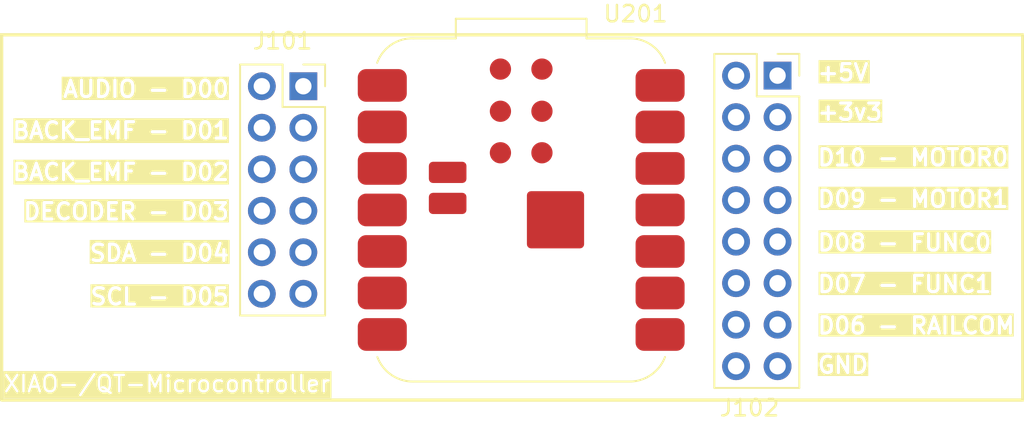
<source format=kicad_pcb>
(kicad_pcb (version 20240108) (generator "pcbnew") (generator_version "8.0")
  (layers (0 "F.Cu" signal) (31 "B.Cu" signal) (34 "B.Paste" user) (35 "F.Paste" user) (36 "B.SilkS" user "B.Silkscreen") (37 "F.SilkS" user "F.Silkscreen") (38 "B.Mask" user) (39 "F.Mask" user) (44 "Edge.Cuts" user))
  (net 0 "")
  (net 1 "/J_GND")
  (net 2 "+3V3")
  (net 3 "/J_FUNC0")
  (net 4 "+5V")
  (net 5 "/J_MOTOR1")
  (net 6 "/FUNC1")
  (net 7 "/J_FUNC1")
  (net 8 "/J_RAILCOM")
  (net 9 "/MOTOR0")
  (net 10 "/FUNC0")
  (net 11 "/RAILCOM")
  (net 12 "/J_MOTOR0")
  (net 13 "/MOTOR1")
  (net 14 "/I2C.SDA")
  (net 15 "/BACK_EMF1")
  (net 16 "/DECODER")
  (net 17 "/J_I2C.SCL")
  (net 18 "/J_AUDIO")
  (net 19 "/I2C.SCL")
  (net 20 "/J_BACK_EMF0")
  (net 21 "/J_I2C.SDA")
  (net 22 "/AUDIO")
  (net 23 "/BACK_EMF0")
  (net 24 "/J_BACK_EMF1")
  (net 25 "/J_DECODER")
  (net 26 "/+3V3")
  (net 27 "/GND")
  (net 28 "/+5V")
  (footprint "RF_Module:MCU_Seeed_ESP32C3" (layer "F.Cu") (at 59.812714 71.324903)
    (property "Reference" "U201" (at 7 -12 0) (layer "F.SilkS"))
    (property "Value" "MOUDLE-SEEEDUINO-XIAO-ESP32C3")
    (fp_line (start -6.7 10.5) (end 6.7 10.5) (stroke (width 0.12)) (layer "F.SilkS"))
    (fp_line (start -4 -11.7) (end 4 -11.7) (stroke (width 0.12)) (layer "F.SilkS"))
    (fp_line (start -4 -10.5) (end -6.6 -10.5) (stroke (width 0.12)) (layer "F.SilkS"))
    (fp_line (start -4 -10.5) (end -4 -11.7) (stroke (width 0.12)) (layer "F.SilkS"))
    (fp_line (start 4 -11.7) (end 4 -10.5) (stroke (width 0.12)) (layer "F.SilkS"))
    (fp_line (start 6.6 -10.5) (end 4 -10.5) (stroke (width 0.12)) (layer "F.SilkS"))
    (fp_arc (start -8.812892 -9.00468) (mid -7.949609 -10.111769) (end -6.600468 -10.499999) (stroke (width 0.12)) (layer "F.SilkS"))
    (fp_arc (start -6.7 10.5) (mid -7.977232 10.068125) (end -8.8 9) (stroke (width 0.12)) (layer "F.SilkS"))
    (fp_arc (start 6.6 -10.499999) (mid 7.944325 -10.107115) (end 8.804034 -9.001464) (stroke (width 0.12)) (layer "F.SilkS"))
    (fp_arc (start 8.8 9) (mid 7.977233 10.068126) (end 6.7 10.5) (stroke (width 0.12)) (layer "F.SilkS"))
    (pad "1" smd roundrect (at -8.5 -7.62) (size 3 2) (layers "F.Cu" "F.Paste" "F.Mask") (net 18 "/J_AUDIO"))
    (pad "2" smd roundrect (at -8.5 -5.08) (size 3 2) (layers "F.Cu" "F.Paste" "F.Mask") (net 20 "/J_BACK_EMF0"))
    (pad "3" smd roundrect (at -8.5 -2.54) (size 3 2) (layers "F.Cu" "F.Paste" "F.Mask") (net 24 "/J_BACK_EMF1"))
    (pad "4" smd roundrect (at -8.500001 0) (size 3 2) (layers "F.Cu" "F.Paste" "F.Mask") (net 25 "/J_DECODER"))
    (pad "5" smd roundrect (at -8.5 2.54) (size 3 2) (layers "F.Cu" "F.Paste" "F.Mask") (net 21 "/J_I2C.SDA"))
    (pad "6" smd roundrect (at -8.5 5.08) (size 3 2) (layers "F.Cu" "F.Paste" "F.Mask") (net 17 "/J_I2C.SCL"))
    (pad "7" smd roundrect (at -8.5 7.62) (size 3 2) (layers "F.Cu" "F.Paste" "F.Mask") (net 8 "/J_RAILCOM"))
    (pad "8" smd roundrect (at 8.5 7.62) (size 3 2) (layers "F.Cu" "F.Paste" "F.Mask") (net 7 "/J_FUNC1"))
    (pad "9" smd roundrect (at 8.5 5.08) (size 3 2) (layers "F.Cu" "F.Paste" "F.Mask") (net 3 "/J_FUNC0"))
    (pad "10" smd roundrect (at 8.5 2.54) (size 3 2) (layers "F.Cu" "F.Paste" "F.Mask") (net 5 "/J_MOTOR1"))
    (pad "11" smd roundrect (at 8.500001 0) (size 3 2) (layers "F.Cu" "F.Paste" "F.Mask") (net 12 "/J_MOTOR0"))
    (pad "12" smd roundrect (at 8.5 -2.54) (size 3 2) (layers "F.Cu" "F.Paste" "F.Mask") (net 4 "+5V"))
    (pad "13" smd roundrect (at 8.5 -5.08) (size 3 2) (layers "F.Cu" "F.Paste" "F.Mask") (net 1 "/J_GND"))
    (pad "14" smd roundrect (at 8.5 -7.62) (size 3 2) (layers "F.Cu" "F.Paste" "F.Mask") (net 2 "+3V3"))
    (pad "15" smd roundrect (at 2.1 0.6) (size 3.5 3.5) (property pad_prop_heatsink) (layers "F.Cu" "F.Mask") (roundrect_rratio 0.07142857143))
    (pad "16" smd roundrect (at -4.5 -0.4) (size 2.3 1.3) (layers "F.Cu" "F.Paste" "F.Mask") (roundrect_rratio 0.1923076923))
    (pad "17" smd roundrect (at -4.5 -2.3) (size 2.3 1.3) (layers "F.Cu" "F.Paste" "F.Mask") (roundrect_rratio 0.1923076923))
    (pad "18" smd circle (at -1.27 -8.62) (size 1.3 1.3) (layers "F.Cu" "F.Paste" "F.Mask"))
    (pad "19" smd circle (at -1.270001 -6.04) (size 1.3 1.3) (layers "F.Cu" "F.Paste" "F.Mask"))
    (pad "20" smd circle (at -1.27 -3.5) (size 1.3 1.3) (layers "F.Cu" "F.Paste" "F.Mask"))
    (pad "21" smd circle (at 1.27 -3.5) (size 1.3 1.3) (layers "F.Cu" "F.Paste" "F.Mask"))
    (pad "22" smd circle (at 1.270001 -6.04) (size 1.3 1.3) (layers "F.Cu" "F.Paste" "F.Mask"))
    (pad "23" smd circle (at 1.27 -8.62) (size 1.3 1.3) (layers "F.Cu" "F.Paste" "F.Mask"))
  )
  (footprint "Connector_PinSocket_2.54mm:PinSocket_2x08_P2.54mm_Vertical" (layer "F.Cu") (at 75.501713 63.105903)
    (property "Reference" "J102" (at -1.714713 20.333097 0) (layer "F.SilkS"))
    (property "Value" "Conn_02x08_Odd_Even")
    (fp_line (start -3.87 -1.33) (end -3.87 19.11) (stroke (width 0.12)) (layer "F.SilkS"))
    (fp_line (start -3.87 -1.33) (end -1.270001 -1.33) (stroke (width 0.12)) (layer "F.SilkS"))
    (fp_line (start -3.87 19.11) (end 1.33 19.110001) (stroke (width 0.12)) (layer "F.SilkS"))
    (fp_line (start -1.270001 -1.33) (end -1.27 1.27) (stroke (width 0.12)) (layer "F.SilkS"))
    (fp_line (start -1.27 1.27) (end 1.33 1.270001) (stroke (width 0.12)) (layer "F.SilkS"))
    (fp_line (start 0 -1.33) (end 1.33 -1.33) (stroke (width 0.12)) (layer "F.SilkS"))
    (fp_line (start 1.33 -1.33) (end 1.33 0) (stroke (width 0.12)) (layer "F.SilkS"))
    (fp_line (start 1.33 1.270001) (end 1.33 19.110001) (stroke (width 0.12)) (layer "F.SilkS"))
    (pad "1" thru_hole rect (at 0 0) (size 1.7 1.7) (drill 1) (layers "*.Cu" "*.Mask") (net 28 "/+5V"))
    (pad "2" thru_hole oval (at -2.54 0) (size 1.7 1.7) (drill 1) (layers "*.Cu" "*.Mask") (net 4 "+5V"))
    (pad "3" thru_hole oval (at 0 2.54) (size 1.7 1.7) (drill 1) (layers "*.Cu" "*.Mask") (net 26 "/+3V3"))
    (pad "4" thru_hole oval (at -2.54 2.54) (size 1.7 1.7) (drill 1) (layers "*.Cu" "*.Mask") (net 2 "+3V3"))
    (pad "5" thru_hole oval (at 0 5.079999) (size 1.7 1.7) (drill 1) (layers "*.Cu" "*.Mask") (net 9 "/MOTOR0"))
    (pad "6" thru_hole oval (at -2.54 5.08) (size 1.7 1.7) (drill 1) (layers "*.Cu" "*.Mask") (net 12 "/J_MOTOR0"))
    (pad "7" thru_hole oval (at 0 7.62) (size 1.7 1.7) (drill 1) (layers "*.Cu" "*.Mask") (net 13 "/MOTOR1"))
    (pad "8" thru_hole oval (at -2.54 7.62) (size 1.7 1.7) (drill 1) (layers "*.Cu" "*.Mask") (net 5 "/J_MOTOR1"))
    (pad "9" thru_hole oval (at 0 10.16) (size 1.7 1.7) (drill 1) (layers "*.Cu" "*.Mask") (net 10 "/FUNC0"))
    (pad "10" thru_hole oval (at -2.54 10.16) (size 1.7 1.7) (drill 1) (layers "*.Cu" "*.Mask") (net 3 "/J_FUNC0"))
    (pad "11" thru_hole oval (at 0 12.7) (size 1.7 1.7) (drill 1) (layers "*.Cu" "*.Mask") (net 6 "/FUNC1"))
    (pad "12" thru_hole oval (at -2.54 12.7) (size 1.7 1.7) (drill 1) (layers "*.Cu" "*.Mask") (net 7 "/J_FUNC1"))
    (pad "13" thru_hole oval (at 0 15.24) (size 1.7 1.7) (drill 1) (layers "*.Cu" "*.Mask") (net 11 "/RAILCOM"))
    (pad "14" thru_hole oval (at -2.54 15.24) (size 1.7 1.7) (drill 1) (layers "*.Cu" "*.Mask") (net 8 "/J_RAILCOM"))
    (pad "15" thru_hole oval (at 0 17.780001) (size 1.7 1.7) (drill 1) (layers "*.Cu" "*.Mask") (net 27 "/GND"))
    (pad "16" thru_hole oval (at -2.54 17.78) (size 1.7 1.7) (drill 1) (layers "*.Cu" "*.Mask") (net 1 "/J_GND"))
  )
  (footprint "Connector_PinSocket_2.54mm:PinSocket_2x06_P2.54mm_Vertical" (layer "F.Cu") (at 46.482 63.754)
    (property "Reference" "J101" (at -1.27 -2.77 0) (layer "F.SilkS"))
    (property "Value" "Conn_02x06_Odd_Even")
    (fp_line (start -3.87 -1.33) (end -3.87 14.03) (stroke (width 0.12)) (layer "F.SilkS"))
    (fp_line (start -3.87 -1.33) (end -1.27 -1.33) (stroke (width 0.12)) (layer "F.SilkS"))
    (fp_line (start -3.87 14.03) (end 1.33 14.03) (stroke (width 0.12)) (layer "F.SilkS"))
    (fp_line (start -1.27 -1.33) (end -1.27 1.27) (stroke (width 0.12)) (layer "F.SilkS"))
    (fp_line (start -1.27 1.27) (end 1.33 1.27) (stroke (width 0.12)) (layer "F.SilkS"))
    (fp_line (start 0 -1.33) (end 1.33 -1.33) (stroke (width 0.12)) (layer "F.SilkS"))
    (fp_line (start 1.33 -1.33) (end 1.33 0) (stroke (width 0.12)) (layer "F.SilkS"))
    (fp_line (start 1.33 1.27) (end 1.33 14.03) (stroke (width 0.12)) (layer "F.SilkS"))
    (pad "1" thru_hole rect (at 0 0) (size 1.7 1.7) (drill 1) (layers "*.Cu" "*.Mask") (net 18 "/J_AUDIO"))
    (pad "2" thru_hole oval (at -2.54 0) (size 1.7 1.7) (drill 1) (layers "*.Cu" "*.Mask") (net 22 "/AUDIO"))
    (pad "3" thru_hole oval (at 0 2.54) (size 1.7 1.7) (drill 1) (layers "*.Cu" "*.Mask") (net 20 "/J_BACK_EMF0"))
    (pad "4" thru_hole oval (at -2.54 2.54) (size 1.7 1.7) (drill 1) (layers "*.Cu" "*.Mask") (net 23 "/BACK_EMF0"))
    (pad "5" thru_hole oval (at 0 5.08) (size 1.7 1.7) (drill 1) (layers "*.Cu" "*.Mask") (net 24 "/J_BACK_EMF1"))
    (pad "6" thru_hole oval (at -2.54 5.08) (size 1.7 1.7) (drill 1) (layers "*.Cu" "*.Mask") (net 15 "/BACK_EMF1"))
    (pad "7" thru_hole oval (at 0 7.62) (size 1.7 1.7) (drill 1) (layers "*.Cu" "*.Mask") (net 25 "/J_DECODER"))
    (pad "8" thru_hole oval (at -2.54 7.62) (size 1.7 1.7) (drill 1) (layers "*.Cu" "*.Mask") (net 16 "/DECODER"))
    (pad "9" thru_hole oval (at 0 10.16) (size 1.7 1.7) (drill 1) (layers "*.Cu" "*.Mask") (net 21 "/J_I2C.SDA"))
    (pad "10" thru_hole oval (at -2.54 10.16) (size 1.7 1.7) (drill 1) (layers "*.Cu" "*.Mask") (net 14 "/I2C.SDA"))
    (pad "11" thru_hole oval (at 0 12.7) (size 1.7 1.7) (drill 1) (layers "*.Cu" "*.Mask") (net 17 "/J_I2C.SCL"))
    (pad "12" thru_hole oval (at -2.54 12.7) (size 1.7 1.7) (drill 1) (layers "*.Cu" "*.Mask") (net 19 "/I2C.SCL"))
  )
  (gr_rect (start 28.019714 60.605902) (end 90.503714 82.957902) (stroke (width 0.2)) (fill none) (layer "F.SilkS"))
  (gr_text "+5V" (at 77.851 63.5 0) (layer "F.SilkS" knockout) (effects (font (size 1 1) (thickness 0.2) (bold yes)) (justify left bottom)))
  (gr_text "D07 - FUNC1" (at 77.851 76.454 0) (layer "F.SilkS" knockout) (effects (font (size 1 1) (thickness 0.2) (bold yes)) (justify left bottom)))
  (gr_text "SDA - D04" (at 42.037 74.549 0) (layer "F.SilkS" knockout) (effects (font (size 1 1) (thickness 0.2) (bold yes)) (justify right bottom)))
  (gr_text "GND" (at 77.851 81.407 0) (layer "F.SilkS" knockout) (effects (font (size 1 1) (thickness 0.2) (bold yes)) (justify left bottom)))
  (gr_text "AUDIO - D00" (at 42.037 64.516 0) (layer "F.SilkS" knockout) (effects (font (size 1 1) (thickness 0.2) (bold yes)) (justify right bottom)))
  (gr_text "D08 - FUNC0" (at 77.851 73.914 0) (layer "F.SilkS" knockout) (effects (font (size 1 1) (thickness 0.2) (bold yes)) (justify left bottom)))
  (gr_text "D09 - MOTOR1" (at 77.851 71.247 0) (layer "F.SilkS" knockout) (effects (font (size 1 1) (thickness 0.2) (bold yes)) (justify left bottom)))
  (gr_text "DECODER - D03" (at 42.037 72.009 0) (layer "F.SilkS" knockout) (effects (font (size 1 1) (thickness 0.2) (bold yes)) (justify right bottom)))
  (gr_text "D06 - RAILCOM" (at 77.851 78.994 0) (layer "F.SilkS" knockout) (effects (font (size 1 1) (thickness 0.2) (bold yes)) (justify left bottom)))
  (gr_text "XIAO-/QT-Microcontroller" (at 28.067 82.55 0) (layer "F.SilkS" knockout) (effects (font (size 1 1)) (justify left bottom)))
  (gr_text "BACK_EMF - D01" (at 42.037 67.056 0) (layer "F.SilkS" knockout) (effects (font (size 1 1) (thickness 0.2) (bold yes)) (justify right bottom)))
  (gr_text "BACK_EMF - D02" (at 42.037 69.596 0) (layer "F.SilkS" knockout) (effects (font (size 1 1) (thickness 0.2) (bold yes)) (justify right bottom)))
  (gr_text "SCL - D05" (at 42.037 77.216 0) (layer "F.SilkS" knockout) (effects (font (size 1 1) (thickness 0.2) (bold yes)) (justify right bottom)))
  (gr_text "+3v3" (at 77.851 65.913 0) (layer "F.SilkS" knockout) (effects (font (size 1 1) (thickness 0.2) (bold yes)) (justify left bottom)))
  (gr_text "D10 - MOTOR0" (at 77.851 68.707 0) (layer "F.SilkS" knockout) (effects (font (size 1 1) (thickness 0.2) (bold yes)) (justify left bottom)))
)
</source>
